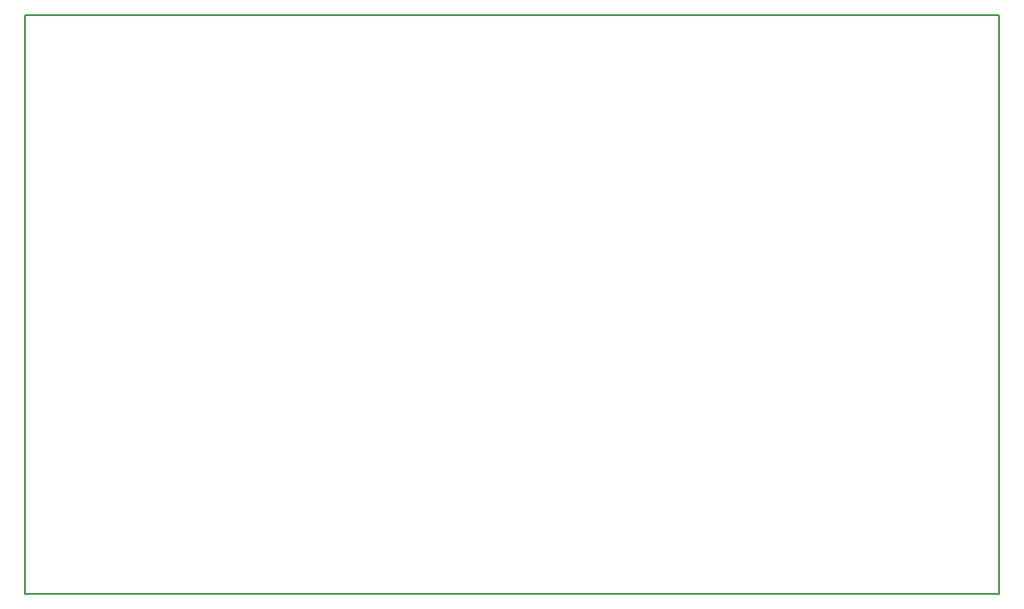
<source format=gbr>
G04 #@! TF.FileFunction,Profile,NP*
%FSLAX46Y46*%
G04 Gerber Fmt 4.6, Leading zero omitted, Abs format (unit mm)*
G04 Created by KiCad (PCBNEW 4.0.7-e2-6376~58~ubuntu16.04.1) date Sun Mar 17 12:09:54 2019*
%MOMM*%
%LPD*%
G01*
G04 APERTURE LIST*
%ADD10C,0.100000*%
%ADD11C,0.150000*%
G04 APERTURE END LIST*
D10*
D11*
X102500000Y-20000000D02*
X102500000Y-75000000D01*
X195000000Y-20000000D02*
X102500000Y-20000000D01*
X195000000Y-75000000D02*
X195000000Y-20000000D01*
X102500000Y-75000000D02*
X105000000Y-75000000D01*
X105000000Y-75000000D02*
X195000000Y-75000000D01*
M02*

</source>
